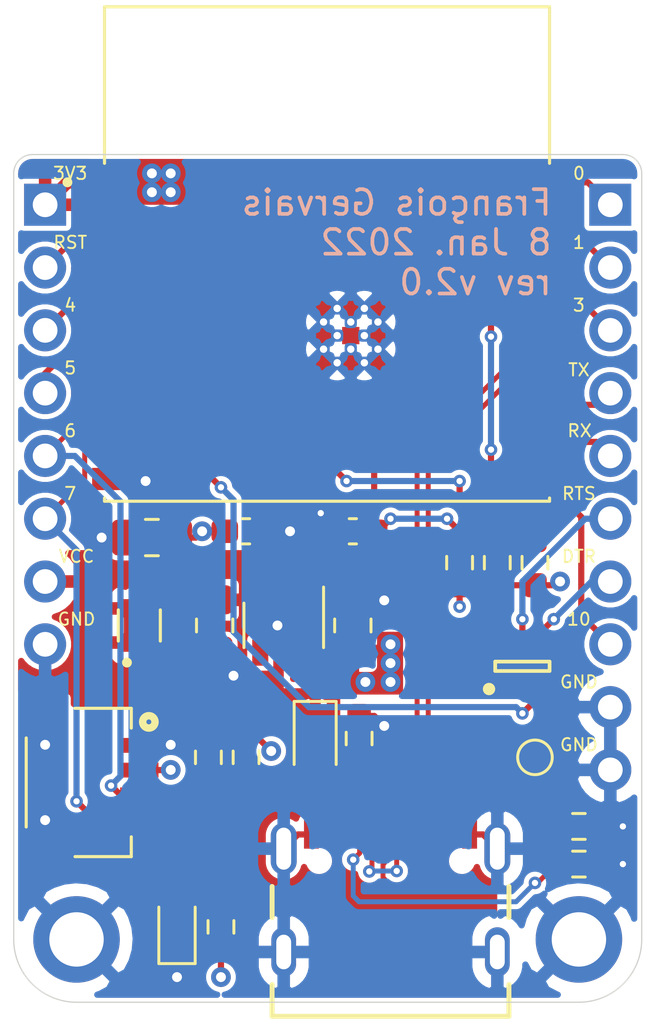
<source format=kicad_pcb>
(kicad_pcb (version 20171130) (host pcbnew 5.1.7-a382d34a8~88~ubuntu18.04.1)
  (layers (0 F.Cu signal) (1 In1.Cu signal hide) (2 In2.Cu signal hide) (31 B.Cu signal) (34 B.Paste user) (35 F.Paste user) (36 B.SilkS user) (37 F.SilkS user) (38 B.Mask user) (39 F.Mask user) (44 Edge.Cuts user))
  (net 0 "")
  (net 1 GND)
  (net 2 +3V3)
  (net 3 /RESET)
  (net 4 /TX)
  (net 5 /RX)
  (net 6 /GPIO5)
  (net 7 /GPIO4)
  (net 8 /GPIO0)
  (net 9 /DTR)
  (net 10 /RTS)
  (net 11 "Net-(U1-Pad4)")
  (net 12 /GPIO2)
  (net 13 /GPIO3)
  (net 14 /GPIO1)
  (net 15 /GPIO10)
  (net 16 /GPIO9)
  (net 17 /GPIO8)
  (net 18 "Net-(D1-Pad2)")
  (net 19 /USB_D-)
  (net 20 /USB_D+)
  (net 21 /SCL)
  (net 22 /SDA)
  (net 23 +BATT)
  (net 24 "Net-(J4-PadB8)")
  (net 25 /CC1)
  (net 26 /CC2)
  (net 27 "Net-(J4-PadA8)")
  (net 28 VBUS)
  (net 29 /VIN)
  (module Connector_PinHeader_2.54mm:PinHeader_1x10_P2.54mm_Vertical (layer B.Cu) (at 61.468 35.814 180)
    (fp_text reference J3)
    (fp_text value Conn_01x10_Male)
    (pad 10 thru_hole oval (at 0 -22.86 180) (size 1.7 1.7) (drill 1) (layers *.Cu *.Mask) (net 1 GND))
    (pad 9 thru_hole oval (at 0 -20.32 180) (size 1.7 1.7) (drill 1) (layers *.Cu *.Mask) (net 1 GND))
    (pad 8 thru_hole oval (at 0 -17.78 180) (size 1.7 1.7) (drill 1) (layers *.Cu *.Mask) (net 15 /GPIO10))
    (pad 7 thru_hole oval (at 0 -15.24 180) (size 1.7 1.7) (drill 1) (layers *.Cu *.Mask) (net 9 /DTR))
    (pad 6 thru_hole oval (at 0 -12.7 180) (size 1.7 1.7) (drill 1) (layers *.Cu *.Mask) (net 10 /RTS))
    (pad 5 thru_hole oval (at 0 -10.16 180) (size 1.7 1.7) (drill 1) (layers *.Cu *.Mask) (net 5 /RX))
    (pad 4 thru_hole oval (at 0 -7.62 180) (size 1.7 1.7) (drill 1) (layers *.Cu *.Mask) (net 4 /TX))
    (pad 3 thru_hole oval (at 0 -5.08 180) (size 1.7 1.7) (drill 1) (layers *.Cu *.Mask) (net 13 /GPIO3))
    (pad 2 thru_hole oval (at 0 -2.54 180) (size 1.7 1.7) (drill 1) (layers *.Cu *.Mask) (net 14 /GPIO1))
    (pad 1 thru_hole rect (at 0 0 180) (size 1.7 1.7) (drill 1) (layers *.Cu *.Mask) (net 8 /GPIO0))
  )
  (module ESP32-C3-WROOM-02-H4:MODULE_ESP32-C3-WROOM-02-H4 (layer F.Cu) (at 50.01 37.806)
    (fp_text reference U2)
    (fp_text value ESP32-C3-WROOM-02-H4)
    (fp_circle (center -10.5 -2.9) (end -10.4 -2.9) (layer F.SilkS) (width 0.2))
    (fp_line (start 9 -10) (end -9 -10) (layer F.SilkS) (width 0.127))
    (fp_line (start 9 -3.67) (end 9 -10) (layer F.SilkS) (width 0.127))
    (fp_line (start -9 10) (end 9 10) (layer F.SilkS) (width 0.127))
    (fp_line (start -9 -10) (end -9 -3.67) (layer F.SilkS) (width 0.127))
    (fp_line (start 9 10) (end 9 9.87) (layer F.SilkS) (width 0.127))
    (fp_line (start -9 10) (end -9 9.87) (layer F.SilkS) (width 0.127))
    (pad 35 thru_hole circle (at -0.14 3.85) (size 0.4 0.4) (drill 0.3) (layers *.Cu) (net 1 GND))
    (pad 36 thru_hole circle (at 0.96 3.85) (size 0.4 0.4) (drill 0.3) (layers *.Cu) (net 1 GND))
    (pad 38 thru_hole circle (at 0.41 4.4) (size 0.4 0.4) (drill 0.3) (layers *.Cu) (net 1 GND))
    (pad 39 thru_hole circle (at 1.51 4.4) (size 0.4 0.4) (drill 0.3) (layers *.Cu) (net 1 GND))
    (pad 33 thru_hole circle (at 0.41 3.3) (size 0.4 0.4) (drill 0.3) (layers *.Cu) (net 1 GND))
    (pad 30 thru_hole circle (at -0.14 2.75) (size 0.4 0.4) (drill 0.3) (layers *.Cu) (net 1 GND))
    (pad 31 thru_hole circle (at 0.96 2.75) (size 0.4 0.4) (drill 0.3) (layers *.Cu) (net 1 GND))
    (pad 34 thru_hole circle (at 1.51 3.3) (size 0.4 0.4) (drill 0.3) (layers *.Cu) (net 1 GND))
    (pad 28 thru_hole circle (at 0.41 2.2) (size 0.4 0.4) (drill 0.3) (layers *.Cu) (net 1 GND))
    (pad 37 thru_hole circle (at 2.06 3.85) (size 0.4 0.4) (drill 0.3) (layers *.Cu) (net 1 GND))
    (pad 32 thru_hole circle (at 2.06 2.75) (size 0.4 0.4) (drill 0.3) (layers *.Cu) (net 1 GND))
    (pad 29 thru_hole circle (at 1.51 2.2) (size 0.4 0.4) (drill 0.3) (layers *.Cu) (net 1 GND))
    (pad 25 smd rect (at -0.14 4.4) (size 0.7 0.7) (layers F.Cu F.Paste F.Mask) (net 1 GND))
    (pad 26 smd rect (at 0.96 4.4) (size 0.7 0.7) (layers F.Cu F.Paste F.Mask) (net 1 GND))
    (pad 27 smd rect (at 2.06 4.4) (size 0.7 0.7) (layers F.Cu F.Paste F.Mask) (net 1 GND))
    (pad 21 smd rect (at 2.06 2.2) (size 0.7 0.7) (layers F.Cu F.Paste F.Mask) (net 1 GND))
    (pad 20 smd rect (at 0.96 2.2) (size 0.7 0.7) (layers F.Cu F.Paste F.Mask) (net 1 GND))
    (pad 19 smd rect (at -0.14 2.2) (size 0.7 0.7) (layers F.Cu F.Paste F.Mask) (net 1 GND))
    (pad 22 smd rect (at -0.14 3.3) (size 0.7 0.7) (layers F.Cu F.Paste F.Mask) (net 1 GND))
    (pad 24 smd rect (at 2.06 3.3) (size 0.7 0.7) (layers F.Cu F.Paste F.Mask) (net 1 GND))
    (pad 23 smd rect (at 0.96 3.3) (size 0.7 0.7) (layers F.Cu F.Paste F.Mask) (net 1 GND))
    (pad 18 smd rect (at 8.75 -2.9) (size 1.5 0.9) (layers F.Cu F.Paste F.Mask) (net 8 /GPIO0))
    (pad 17 smd rect (at 8.75 -1.4) (size 1.5 0.9) (layers F.Cu F.Paste F.Mask) (net 14 /GPIO1))
    (pad 16 smd rect (at 8.75 0.1) (size 1.5 0.9) (layers F.Cu F.Paste F.Mask) (net 12 /GPIO2))
    (pad 15 smd rect (at 8.75 1.6) (size 1.5 0.9) (layers F.Cu F.Paste F.Mask) (net 13 /GPIO3))
    (pad 14 smd rect (at 8.75 3.1) (size 1.5 0.9) (layers F.Cu F.Paste F.Mask) (net 20 /USB_D+))
    (pad 13 smd rect (at 8.75 4.6) (size 1.5 0.9) (layers F.Cu F.Paste F.Mask) (net 19 /USB_D-))
    (pad 12 smd rect (at 8.75 6.1) (size 1.5 0.9) (layers F.Cu F.Paste F.Mask) (net 4 /TX))
    (pad 11 smd rect (at 8.75 7.6) (size 1.5 0.9) (layers F.Cu F.Paste F.Mask) (net 5 /RX))
    (pad 10 smd rect (at 8.75 9.1) (size 1.5 0.9) (layers F.Cu F.Paste F.Mask) (net 15 /GPIO10))
    (pad 9 smd rect (at -8.75 9.1) (size 1.5 0.9) (layers F.Cu F.Paste F.Mask) (net 1 GND))
    (pad 8 smd rect (at -8.75 7.6) (size 1.5 0.9) (layers F.Cu F.Paste F.Mask) (net 16 /GPIO9))
    (pad 7 smd rect (at -8.75 6.1) (size 1.5 0.9) (layers F.Cu F.Paste F.Mask) (net 17 /GPIO8))
    (pad 6 smd rect (at -8.75 4.6) (size 1.5 0.9) (layers F.Cu F.Paste F.Mask) (net 21 /SCL))
    (pad 5 smd rect (at -8.75 3.1) (size 1.5 0.9) (layers F.Cu F.Paste F.Mask) (net 22 /SDA))
    (pad 4 smd rect (at -8.75 1.6) (size 1.5 0.9) (layers F.Cu F.Paste F.Mask) (net 6 /GPIO5))
    (pad 3 smd rect (at -8.75 0.1) (size 1.5 0.9) (layers F.Cu F.Paste F.Mask) (net 7 /GPIO4))
    (pad 2 smd rect (at -8.75 -1.4) (size 1.5 0.9) (layers F.Cu F.Paste F.Mask) (net 3 /RESET))
    (pad 1 smd rect (at -8.75 -2.9) (size 1.5 0.9) (layers F.Cu F.Paste F.Mask) (net 2 +3V3))
  )
  (module USB4105-GF-A:GCT_USB4105-GF-A (layer F.Cu) (at 52.578 66.04)
    (fp_text reference J4)
    (fp_text value USB4105-GF-A)
    (fp_line (start 4.79 -2.65) (end 4.79 -1.4) (layer F.SilkS) (width 0.2))
    (fp_line (start -4.79 -2.65) (end -4.79 -1.4) (layer F.SilkS) (width 0.2))
    (fp_line (start 4.79 2.6) (end 4.79 1.32) (layer F.SilkS) (width 0.2))
    (fp_line (start -4.79 2.6) (end 4.79 2.6) (layer F.SilkS) (width 0.2))
    (fp_line (start -4.79 1.32) (end -4.79 2.6) (layer F.SilkS) (width 0.2))
    (pad B8 smd rect (at -1.75 -4.755) (size 0.3 1.15) (layers F.Cu F.Paste F.Mask) (net 24 "Net-(J4-PadB8)"))
    (pad A5 smd rect (at -1.25 -4.755) (size 0.3 1.15) (layers F.Cu F.Paste F.Mask) (net 25 /CC1))
    (pad B7 smd rect (at -0.75 -4.755) (size 0.3 1.15) (layers F.Cu F.Paste F.Mask) (net 19 /USB_D-))
    (pad B5 smd rect (at 1.75 -4.755) (size 0.3 1.15) (layers F.Cu F.Paste F.Mask) (net 26 /CC2))
    (pad A8 smd rect (at 1.25 -4.755) (size 0.3 1.15) (layers F.Cu F.Paste F.Mask) (net 27 "Net-(J4-PadA8)"))
    (pad B6 smd rect (at 0.75 -4.755) (size 0.3 1.15) (layers F.Cu F.Paste F.Mask) (net 20 /USB_D+))
    (pad A6 smd rect (at -0.25 -4.755) (size 0.3 1.15) (layers F.Cu F.Paste F.Mask) (net 20 /USB_D+))
    (pad A7 smd rect (at 0.25 -4.755) (size 0.3 1.15) (layers F.Cu F.Paste F.Mask) (net 19 /USB_D-))
    (pad B4_A9 smd rect (at 2.4 -4.755) (size 0.6 1.15) (layers F.Cu F.Paste F.Mask) (net 28 VBUS))
    (pad A4_B9 smd rect (at -2.4 -4.755) (size 0.6 1.15) (layers F.Cu F.Paste F.Mask) (net 28 VBUS))
    (pad B1_A12 smd rect (at 3.2 -4.755) (size 0.6 1.15) (layers F.Cu F.Paste F.Mask) (net 1 GND))
    (pad A1_B12 smd rect (at -3.2 -4.755) (size 0.6 1.15) (layers F.Cu F.Paste F.Mask) (net 1 GND))
    (pad None np_thru_hole circle (at -2.89 -3.68) (size 0.65 0.65) (drill 0.65) (layers *.Cu *.Mask))
    (pad None np_thru_hole circle (at 2.89 -3.68) (size 0.65 0.65) (drill 0.65) (layers *.Cu *.Mask))
    (pad S4 thru_hole oval (at 4.32 -4.18) (size 1.05 2.1) (drill oval 0.6 1.7) (layers *.Cu *.Mask) (net 1 GND))
    (pad S1 thru_hole oval (at -4.32 -4.18) (size 1.05 2.1) (drill oval 0.6 1.7) (layers *.Cu *.Mask) (net 1 GND))
    (pad S3 thru_hole oval (at 4.32 0) (size 1 2) (drill oval 0.6 1.4) (layers *.Cu *.Mask) (net 1 GND))
    (pad S2 thru_hole oval (at -4.32 0) (size 1 2) (drill oval 0.6 1.4) (layers *.Cu *.Mask) (net 1 GND))
  )
  (module "SM04B-SRSS-TB(LF)(SN):JST_SM04B-SRSS-TB(LF)(SN)" (layer F.Cu) (at 42.418 59.182 270)
    (fp_text reference J1)
    (fp_text value "SM04B-SRSS-TB(LF)(SN)")
    (fp_line (start -1.8 4.575) (end 1.8 4.575) (layer F.SilkS) (width 0.127))
    (fp_line (start 3 0.325) (end 3 2.6) (layer F.SilkS) (width 0.127))
    (fp_line (start 2.2 0.325) (end 3 0.325) (layer F.SilkS) (width 0.127))
    (fp_line (start -3 0.325) (end -3 2.6) (layer F.SilkS) (width 0.127))
    (fp_line (start -2.2 0.325) (end -3 0.325) (layer F.SilkS) (width 0.127))
    (fp_circle (center -2.45 -0.385) (end -2.35 -0.385) (layer F.SilkS) (width 0.3))
    (pad 4 smd rect (at 1.5 0 270) (size 0.6 1.55) (layers F.Cu F.Paste F.Mask) (net 21 /SCL))
    (pad 3 smd rect (at 0.5 0 270) (size 0.6 1.55) (layers F.Cu F.Paste F.Mask) (net 22 /SDA))
    (pad 2 smd rect (at -0.5 0 270) (size 0.6 1.55) (layers F.Cu F.Paste F.Mask) (net 2 +3V3))
    (pad 1 smd rect (at -1.5 0 270) (size 0.6 1.55) (layers F.Cu F.Paste F.Mask) (net 1 GND))
    (pad S1 smd rect (at -2.8 3.875 270) (size 1.2 1.8) (layers F.Cu F.Paste F.Mask) (net 1 GND))
    (pad S2 smd rect (at 2.8 3.875 270) (size 1.2 1.8) (layers F.Cu F.Paste F.Mask) (net 1 GND))
  )
  (module Diode_SMD:D_SOD-323 (layer F.Cu) (at 49.53 57.404 270)
    (fp_text reference D2)
    (fp_text value CUS10S30,H3F‎)
    (fp_line (start -1.5 -0.85) (end 1.05 -0.85) (layer F.SilkS) (width 0.12))
    (fp_line (start -1.5 0.85) (end 1.05 0.85) (layer F.SilkS) (width 0.12))
    (fp_line (start -1.5 -0.85) (end -1.5 0.85) (layer F.SilkS) (width 0.12))
    (pad 2 smd rect (at 1.05 0 270) (size 0.6 0.45) (layers F.Cu F.Paste F.Mask) (net 28 VBUS))
    (pad 1 smd rect (at -1.05 0 270) (size 0.6 0.45) (layers F.Cu F.Paste F.Mask) (net 29 /VIN))
  )
  (module MountingHole:MountingHole_2.2mm_M2_ISO7380_Pad (layer F.Cu) (at 60.198 65.532)
    (fp_text reference H2)
    (fp_text value MountingHole_Pad)
    (pad 1 thru_hole circle (at 0 0) (size 3.5 3.5) (drill 2.2) (layers *.Cu *.Mask) (net 1 GND))
  )
  (module MountingHole:MountingHole_2.2mm_M2_ISO7380_Pad (layer F.Cu) (at 39.878 65.532)
    (fp_text reference H1)
    (fp_text value MountingHole_Pad)
    (pad 1 thru_hole circle (at 0 0) (size 3.5 3.5) (drill 2.2) (layers *.Cu *.Mask) (net 1 GND))
  )
  (module TestPoint:TestPoint_Pad_D1.0mm (layer F.Cu) (at 58.42 58.166)
    (fp_text reference TP3)
    (fp_text value TestPoint)
    (fp_circle (center 0 0) (end 0 0.7) (layer F.SilkS) (width 0.12))
    (pad 1 smd circle (at 0 0) (size 1 1) (layers F.Cu F.Mask) (net 1 GND))
  )
  (module Resistor_SMD:R_0603_1608Metric_Pad0.98x0.95mm_HandSolder (layer F.Cu) (at 60.198 60.96)
    (fp_text reference R9)
    (fp_text value 5.1k)
    (fp_line (start -0.254724 -0.5225) (end 0.254724 -0.5225) (layer F.SilkS) (width 0.12))
    (fp_line (start -0.254724 0.5225) (end 0.254724 0.5225) (layer F.SilkS) (width 0.12))
    (pad 2 smd roundrect (at 0.9125 0) (size 0.975 0.95) (layers F.Cu F.Paste F.Mask) (net 1 GND))
    (pad 1 smd roundrect (at -0.9125 0) (size 0.975 0.95) (layers F.Cu F.Paste F.Mask) (net 26 /CC2))
  )
  (module Resistor_SMD:R_0603_1608Metric_Pad0.98x0.95mm_HandSolder (layer F.Cu) (at 60.198 62.484)
    (fp_text reference R8)
    (fp_text value 5.1k)
    (fp_line (start -0.254724 -0.5225) (end 0.254724 -0.5225) (layer F.SilkS) (width 0.12))
    (fp_line (start -0.254724 0.5225) (end 0.254724 0.5225) (layer F.SilkS) (width 0.12))
    (pad 2 smd roundrect (at 0.9125 0) (size 0.975 0.95) (layers F.Cu F.Paste F.Mask) (net 1 GND))
    (pad 1 smd roundrect (at -0.9125 0) (size 0.975 0.95) (layers F.Cu F.Paste F.Mask) (net 25 /CC1))
  )
  (module Resistor_SMD:R_0603_1608Metric_Pad0.98x0.95mm_HandSolder (layer F.Cu) (at 51.308 57.404 90)
    (fp_text reference R7)
    (fp_text value 100k)
    (fp_line (start -0.254724 -0.5225) (end 0.254724 -0.5225) (layer F.SilkS) (width 0.12))
    (fp_line (start -0.254724 0.5225) (end 0.254724 0.5225) (layer F.SilkS) (width 0.12))
    (pad 2 smd roundrect (at 0.9125 0 90) (size 0.975 0.95) (layers F.Cu F.Paste F.Mask) (net 1 GND))
    (pad 1 smd roundrect (at -0.9125 0 90) (size 0.975 0.95) (layers F.Cu F.Paste F.Mask) (net 28 VBUS))
  )
  (module SSM6J214FE-TE85L-F:SOT50P160X60-6N (layer F.Cu) (at 42.418 52.832 90)
    (fp_text reference Q2)
    (fp_text value Q_PMOS_DGS)
    (fp_circle (center -1.5 -0.5) (end -1.4 -0.5) (layer F.SilkS) (width 0.2))
    (fp_line (start 0.63 0.85) (end -0.63 0.85) (layer F.SilkS) (width 0.127))
    (fp_line (start -0.63 -0.85) (end 0.63 -0.85) (layer F.SilkS) (width 0.127))
    (pad 1 smd rect (at 0.69 -0.5 90) (size 0.75 0.34) (layers F.Cu F.Paste F.Mask) (net 23 +BATT))
    (pad 1 smd rect (at 0.69 0 90) (size 0.75 0.34) (layers F.Cu F.Paste F.Mask) (net 23 +BATT))
    (pad 3 smd rect (at 0.69 0.5 90) (size 0.75 0.34) (layers F.Cu F.Paste F.Mask) (net 29 /VIN))
    (pad 2 smd rect (at -0.69 0.5 90) (size 0.75 0.34) (layers F.Cu F.Paste F.Mask) (net 28 VBUS))
    (pad 1 smd rect (at -0.69 0 90) (size 0.75 0.34) (layers F.Cu F.Paste F.Mask) (net 23 +BATT))
    (pad 1 smd rect (at -0.69 -0.5 90) (size 0.75 0.34) (layers F.Cu F.Paste F.Mask) (net 23 +BATT))
  )
  (module Capacitor_SMD:C_0805_2012Metric_Pad1.18x1.45mm_HandSolder (layer F.Cu) (at 42.926 49.276 180)
    (fp_text reference C5)
    (fp_text value 22uF)
    (fp_line (start -0.261252 -0.735) (end 0.261252 -0.735) (layer F.SilkS) (width 0.12))
    (fp_line (start -0.261252 0.735) (end 0.261252 0.735) (layer F.SilkS) (width 0.12))
    (pad 2 smd roundrect (at 1.0375 0 180) (size 1.175 1.45) (layers F.Cu F.Paste F.Mask) (roundrect_rratio 0.212766) (net 1 GND))
    (pad 1 smd roundrect (at -1.0375 0 180) (size 1.175 1.45) (layers F.Cu F.Paste F.Mask) (roundrect_rratio 0.212766) (net 2 +3V3))
  )
  (module Capacitor_SMD:C_0603_1608Metric_Pad1.08x0.95mm_HandSolder (layer F.Cu) (at 46.736 49.022)
    (fp_text reference C3)
    (fp_text value 0.1uF)
    (fp_line (start -0.146267 -0.51) (end 0.146267 -0.51) (layer F.SilkS) (width 0.12))
    (fp_line (start -0.146267 0.51) (end 0.146267 0.51) (layer F.SilkS) (width 0.12))
    (pad 2 smd roundrect (at 0.8625 0) (size 1.075 0.95) (layers F.Cu F.Paste F.Mask) (net 1 GND))
    (pad 1 smd roundrect (at -0.8625 0) (size 1.075 0.95) (layers F.Cu F.Paste F.Mask) (net 2 +3V3))
  )
  (module Resistor_SMD:R_0603_1608Metric_Pad0.98x0.95mm_HandSolder (layer F.Cu) (at 45.72 65.024 90)
    (fp_text reference R6 hide)
    (fp_text value 5.1k)
    (fp_line (start -0.254724 -0.5225) (end 0.254724 -0.5225) (layer F.SilkS) (width 0.12))
    (fp_line (start -0.254724 0.5225) (end 0.254724 0.5225) (layer F.SilkS) (width 0.12))
    (pad 2 smd roundrect (at 0.9125 0 90) (size 0.975 0.95) (layers F.Cu F.Paste F.Mask) (net 18 "Net-(D1-Pad2)"))
    (pad 1 smd roundrect (at -0.9125 0 90) (size 0.975 0.95) (layers F.Cu F.Paste F.Mask) (net 2 +3V3))
  )
  (module LED_SMD:LED_0603_1608Metric (layer F.Cu) (at 43.942 65.024 90)
    (fp_text reference D1 hide)
    (fp_text value LED)
    (fp_line (start 0.8 -0.735) (end -1.485 -0.735) (layer F.SilkS) (width 0.12))
    (fp_line (start -1.485 -0.735) (end -1.485 0.735) (layer F.SilkS) (width 0.12))
    (fp_line (start -1.485 0.735) (end 0.8 0.735) (layer F.SilkS) (width 0.12))
    (pad 2 smd roundrect (at 0.7875 0 90) (size 0.875 0.95) (layers F.Cu F.Paste F.Mask) (net 18 "Net-(D1-Pad2)"))
    (pad 1 smd roundrect (at -0.7875 0 90) (size 0.875 0.95) (layers F.Cu F.Paste F.Mask) (net 1 GND))
  )
  (module Connector_PinHeader_2.54mm:PinHeader_1x08_P2.54mm_Vertical (layer B.Cu) (at 38.608 35.814 180)
    (fp_text reference J2)
    (fp_text value Conn_01x08_Male)
    (pad 8 thru_hole oval (at 0 -17.78 180) (size 1.7 1.7) (drill 1) (layers *.Cu *.Mask) (net 1 GND))
    (pad 7 thru_hole oval (at 0 -15.24 180) (size 1.7 1.7) (drill 1) (layers *.Cu *.Mask) (net 23 +BATT))
    (pad 6 thru_hole oval (at 0 -12.7 180) (size 1.7 1.7) (drill 1) (layers *.Cu *.Mask) (net 21 /SCL))
    (pad 5 thru_hole oval (at 0 -10.16 180) (size 1.7 1.7) (drill 1) (layers *.Cu *.Mask) (net 22 /SDA))
    (pad 4 thru_hole oval (at 0 -7.62 180) (size 1.7 1.7) (drill 1) (layers *.Cu *.Mask) (net 6 /GPIO5))
    (pad 3 thru_hole oval (at 0 -5.08 180) (size 1.7 1.7) (drill 1) (layers *.Cu *.Mask) (net 7 /GPIO4))
    (pad 2 thru_hole oval (at 0 -2.54 180) (size 1.7 1.7) (drill 1) (layers *.Cu *.Mask) (net 3 /RESET))
    (pad 1 thru_hole rect (at 0 0 180) (size 1.7 1.7) (drill 1) (layers *.Cu *.Mask) (net 2 +3V3))
  )
  (module Package_TO_SOT_SMD:SOT-23-5 (layer F.Cu) (at 48.26 52.828 270)
    (fp_text reference U1 hide)
    (fp_text value XC6220B331MR)
    (fp_line (start -0.9 1.61) (end 0.9 1.61) (layer F.SilkS) (width 0.12))
    (fp_line (start 0.9 -1.61) (end -1.55 -1.61) (layer F.SilkS) (width 0.12))
    (pad 5 smd rect (at 1.1 -0.95 270) (size 1.06 0.65) (layers F.Cu F.Paste F.Mask) (net 2 +3V3))
    (pad 4 smd rect (at 1.1 0.95 270) (size 1.06 0.65) (layers F.Cu F.Paste F.Mask) (net 11 "Net-(U1-Pad4)"))
    (pad 3 smd rect (at -1.1 0.95 270) (size 1.06 0.65) (layers F.Cu F.Paste F.Mask) (net 29 /VIN))
    (pad 2 smd rect (at -1.1 0 270) (size 1.06 0.65) (layers F.Cu F.Paste F.Mask) (net 1 GND))
    (pad 1 smd rect (at -1.1 -0.95 270) (size 1.06 0.65) (layers F.Cu F.Paste F.Mask) (net 29 /VIN))
  )
  (module Capacitor_SMD:C_0805_2012Metric_Pad1.18x1.45mm_HandSolder (layer F.Cu) (at 51.054 52.832 90)
    (fp_text reference C4 hide)
    (fp_text value 22uF)
    (fp_line (start -0.261252 -0.735) (end 0.261252 -0.735) (layer F.SilkS) (width 0.12))
    (fp_line (start -0.261252 0.735) (end 0.261252 0.735) (layer F.SilkS) (width 0.12))
    (pad 2 smd roundrect (at 1.0375 0 90) (size 1.175 1.45) (layers F.Cu F.Paste F.Mask) (roundrect_rratio 0.212766) (net 1 GND))
    (pad 1 smd roundrect (at -1.0375 0 90) (size 1.175 1.45) (layers F.Cu F.Paste F.Mask) (roundrect_rratio 0.212766) (net 2 +3V3))
  )
  (module Capacitor_SMD:C_0805_2012Metric_Pad1.18x1.45mm_HandSolder (layer F.Cu) (at 45.466 52.832 270)
    (fp_text reference C1 hide)
    (fp_text value 22uF)
    (fp_line (start -0.261252 -0.735) (end 0.261252 -0.735) (layer F.SilkS) (width 0.12))
    (fp_line (start -0.261252 0.735) (end 0.261252 0.735) (layer F.SilkS) (width 0.12))
    (pad 2 smd roundrect (at 1.0375 0 270) (size 1.175 1.45) (layers F.Cu F.Paste F.Mask) (roundrect_rratio 0.212766) (net 1 GND))
    (pad 1 smd roundrect (at -1.0375 0 270) (size 1.175 1.45) (layers F.Cu F.Paste F.Mask) (roundrect_rratio 0.212766) (net 29 /VIN))
  )
  (module Resistor_SMD:R_0603_1608Metric_Pad0.98x0.95mm_HandSolder (layer F.Cu) (at 45.212 58.166 270)
    (fp_text reference R5 hide)
    (fp_text value 5.1k)
    (fp_line (start -0.254724 -0.5225) (end 0.254724 -0.5225) (layer F.SilkS) (width 0.12))
    (fp_line (start -0.254724 0.5225) (end 0.254724 0.5225) (layer F.SilkS) (width 0.12))
    (pad 2 smd roundrect (at 0.9125 0 270) (size 0.975 0.95) (layers F.Cu F.Paste F.Mask) (net 22 /SDA))
    (pad 1 smd roundrect (at -0.9125 0 270) (size 0.975 0.95) (layers F.Cu F.Paste F.Mask) (net 2 +3V3))
  )
  (module Resistor_SMD:R_0603_1608Metric_Pad0.98x0.95mm_HandSolder (layer F.Cu) (at 46.736 58.166 270)
    (fp_text reference R4 hide)
    (fp_text value 5.1k)
    (fp_line (start -0.254724 -0.5225) (end 0.254724 -0.5225) (layer F.SilkS) (width 0.12))
    (fp_line (start -0.254724 0.5225) (end 0.254724 0.5225) (layer F.SilkS) (width 0.12))
    (pad 2 smd roundrect (at 0.9125 0 270) (size 0.975 0.95) (layers F.Cu F.Paste F.Mask) (net 21 /SCL))
    (pad 1 smd roundrect (at -0.9125 0 270) (size 0.975 0.95) (layers F.Cu F.Paste F.Mask) (net 2 +3V3))
  )
  (module Resistor_SMD:R_0603_1608Metric_Pad0.98x0.95mm_HandSolder (layer F.Cu) (at 56.896 50.292 90)
    (fp_text reference R3 hide)
    (fp_text value 10k)
    (fp_line (start -0.254724 -0.5225) (end 0.254724 -0.5225) (layer F.SilkS) (width 0.12))
    (fp_line (start -0.254724 0.5225) (end 0.254724 0.5225) (layer F.SilkS) (width 0.12))
    (pad 2 smd roundrect (at 0.9125 0 90) (size 0.975 0.95) (layers F.Cu F.Paste F.Mask) (net 17 /GPIO8))
    (pad 1 smd roundrect (at -0.9125 0 90) (size 0.975 0.95) (layers F.Cu F.Paste F.Mask) (net 2 +3V3))
  )
  (module Resistor_SMD:R_0603_1608Metric_Pad0.98x0.95mm_HandSolder (layer F.Cu) (at 58.42 50.292 90)
    (fp_text reference R2 hide)
    (fp_text value 10k)
    (fp_line (start -0.254724 -0.5225) (end 0.254724 -0.5225) (layer F.SilkS) (width 0.12))
    (fp_line (start -0.254724 0.5225) (end 0.254724 0.5225) (layer F.SilkS) (width 0.12))
    (pad 2 smd roundrect (at 0.9125 0 90) (size 0.975 0.95) (layers F.Cu F.Paste F.Mask) (net 12 /GPIO2))
    (pad 1 smd roundrect (at -0.9125 0 90) (size 0.975 0.95) (layers F.Cu F.Paste F.Mask) (net 2 +3V3))
  )
  (module Resistor_SMD:R_0603_1608Metric_Pad0.98x0.95mm_HandSolder (layer F.Cu) (at 55.372 50.292 90)
    (fp_text reference R1 hide)
    (fp_text value 10k)
    (fp_line (start -0.254724 -0.5225) (end 0.254724 -0.5225) (layer F.SilkS) (width 0.12))
    (fp_line (start -0.254724 0.5225) (end 0.254724 0.5225) (layer F.SilkS) (width 0.12))
    (pad 2 smd roundrect (at 0.9125 0 90) (size 0.975 0.95) (layers F.Cu F.Paste F.Mask) (net 3 /RESET))
    (pad 1 smd roundrect (at -0.9125 0 90) (size 0.975 0.95) (layers F.Cu F.Paste F.Mask) (net 2 +3V3))
  )
  (module MUN5214DW1T1G:On_Semiconductor-MUN5214DW1T1G-Manufacturer_Recommended (layer F.Cu) (at 57.912 54.483 90)
    (fp_text reference Q1)
    (fp_text value MUN5214DW1T1G)
    (fp_circle (center -0.920001 -1.350002) (end -0.795 -1.350002) (layer F.SilkS) (width 0.249999))
    (fp_line (start 0.19 1.099998) (end 0.19 -1.1) (layer F.SilkS) (width 0.15))
    (fp_line (start -0.19 1.099998) (end -0.19 -1.1) (layer F.SilkS) (width 0.15))
    (fp_line (start -0.19 1.099998) (end 0.19 1.099998) (layer F.SilkS) (width 0.15))
    (fp_line (start -0.19 -1.1) (end 0.19 -1.1) (layer F.SilkS) (width 0.15))
    (pad 1 smd rect (at -0.920001 -0.650001 180) (size 0.299999 0.660001) (layers F.Cu F.Paste F.Mask) (net 10 /RTS))
    (pad 2 smd rect (at -0.920001 -0.000001 180) (size 0.299999 0.660001) (layers F.Cu F.Paste F.Mask) (net 9 /DTR))
    (pad 3 smd rect (at -0.920001 0.649999 180) (size 0.299999 0.660001) (layers F.Cu F.Paste F.Mask) (net 16 /GPIO9))
    (pad 4 smd rect (at 0.919998 0.649999 180) (size 0.299999 0.660001) (layers F.Cu F.Paste F.Mask) (net 9 /DTR))
    (pad 5 smd rect (at 0.919998 -0.000001 180) (size 0.299999 0.660001) (layers F.Cu F.Paste F.Mask) (net 10 /RTS))
    (pad 6 smd rect (at 0.919998 -0.650001 180) (size 0.299999 0.660001) (layers F.Cu F.Paste F.Mask) (net 3 /RESET))
  )
  (module Capacitor_SMD:C_0603_1608Metric_Pad1.08x0.95mm_HandSolder (layer F.Cu) (at 51.054 49.022 180)
    (fp_text reference C2 hide)
    (fp_text value 0.1uF)
    (fp_line (start -0.146267 -0.51) (end 0.146267 -0.51) (layer F.SilkS) (width 0.12))
    (fp_line (start -0.146267 0.51) (end 0.146267 0.51) (layer F.SilkS) (width 0.12))
    (pad 2 smd roundrect (at 0.8625 0 180) (size 1.075 0.95) (layers F.Cu F.Paste F.Mask) (net 1 GND))
    (pad 1 smd roundrect (at -0.8625 0 180) (size 1.075 0.95) (layers F.Cu F.Paste F.Mask) (net 3 /RESET))
  )
  (gr_text GND (at 60.198 57.658) (layer F.SilkS) (effects (font (size 0.5 0.5) (thickness 0.0762))))
  (gr_text GND (at 60.198 55.118) (layer F.SilkS) (effects (font (size 0.5 0.5) (thickness 0.0762))))
  (gr_arc (start 60.198 65.532) (end 60.198 68.072) (angle -90) (layer Edge.Cuts) (width 0.05))
  (gr_arc (start 39.878 65.532) (end 37.338 65.532) (angle -90) (layer Edge.Cuts) (width 0.05))
  (gr_arc (start 38.1 34.544) (end 38.1 33.782) (angle -90) (layer Edge.Cuts) (width 0.05))
  (gr_arc (start 61.976 34.544) (end 62.738 34.544) (angle -90) (layer Edge.Cuts) (width 0.05))
  (gr_line (start 39.878 68.072) (end 60.198 68.072) (layer Edge.Cuts) (width 0.05))
  (gr_text "François Gervais\n8 Jan. 2022\nrev v2.0" (at 59.182 37.338) (layer B.SilkS) (effects (font (size 1 1)) (justify left mirror)))
  (gr_text 10 (at 60.198 52.578) (layer F.SilkS) (effects (font (size 0.5 0.5) (thickness 0.0762))))
  (gr_text RTS (at 60.198 47.498) (layer F.SilkS) (effects (font (size 0.5 0.5) (thickness 0.0762))))
  (gr_text DTR (at 60.198 50.038) (layer F.SilkS) (effects (font (size 0.5 0.5) (thickness 0.0762))))
  (gr_text TX (at 60.198 42.4942) (layer F.SilkS) (effects (font (size 0.5 0.5) (thickness 0.0762))))
  (gr_text RX (at 60.2234 44.958) (layer F.SilkS) (effects (font (size 0.5 0.5) (thickness 0.0762))))
  (gr_text 3 (at 60.198 39.878) (layer F.SilkS) (effects (font (size 0.5 0.5) (thickness 0.0762))))
  (gr_text 0 (at 60.198 34.544) (layer F.SilkS) (effects (font (size 0.5 0.5) (thickness 0.0762))))
  (gr_text 1 (at 60.198 37.338) (layer F.SilkS) (effects (font (size 0.5 0.5) (thickness 0.0762))))
  (gr_text VCC (at 39.878 50.038) (layer F.SilkS) (effects (font (size 0.5 0.5) (thickness 0.0762))))
  (gr_text GND (at 39.878 52.578) (layer F.SilkS) (effects (font (size 0.5 0.5) (thickness 0.0762))))
  (gr_text 7 (at 39.624 47.498) (layer F.SilkS) (effects (font (size 0.5 0.5) (thickness 0.0762))))
  (gr_text 6 (at 39.624 44.958) (layer F.SilkS) (effects (font (size 0.5 0.5) (thickness 0.0762))))
  (gr_text 5 (at 39.624 42.418) (layer F.SilkS) (effects (font (size 0.5 0.5) (thickness 0.0762))))
  (gr_text 4 (at 39.624 39.878) (layer F.SilkS) (effects (font (size 0.5 0.5) (thickness 0.0762))))
  (gr_text 3V3 (at 39.624 34.544) (layer F.SilkS) (effects (font (size 0.5 0.5) (thickness 0.0762))))
  (gr_text RST (at 39.624 37.338) (layer F.SilkS) (effects (font (size 0.5 0.5) (thickness 0.0762))))
  (gr_line (start 61.976 33.782) (end 38.1 33.782) (layer Edge.Cuts) (width 0.05))
  (gr_line (start 62.738 65.532) (end 62.738 34.544) (layer Edge.Cuts) (width 0.05))
  (gr_line (start 37.338 34.544) (end 37.338 65.532) (layer Edge.Cuts) (width 0.05))
  (segment (start 51.52 41.106) (end 52.07 41.106) (width 0.25) (layer F.Cu) (net 1))
  (segment (start 51.52 41.106) (end 50.97 41.106) (width 0.25) (layer F.Cu) (net 1))
  (segment (start 50.97 41.656) (end 50.97 41.106) (width 0.25) (layer F.Cu) (net 1))
  (segment (start 50.97 41.656) (end 50.97 42.206) (width 0.25) (layer F.Cu) (net 1))
  (segment (start 51.52 42.206) (end 50.97 42.206) (width 0.25) (layer F.Cu) (net 1))
  (segment (start 51.52 42.206) (end 52.07 42.206) (width 0.25) (layer F.Cu) (net 1))
  (segment (start 52.07 41.656) (end 52.07 42.206) (width 0.25) (layer F.Cu) (net 1))
  (segment (start 52.07 41.656) (end 52.07 41.106) (width 0.25) (layer F.Cu) (net 1))
  (segment (start 52.07 40.556) (end 52.07 41.106) (width 0.25) (layer F.Cu) (net 1))
  (segment (start 52.07 40.556) (end 52.07 40.006) (width 0.25) (layer F.Cu) (net 1))
  (segment (start 52.07 40.006) (end 51.52 40.006) (width 0.25) (layer F.Cu) (net 1))
  (segment (start 51.52 40.006) (end 50.97 40.006) (width 0.25) (layer F.Cu) (net 1))
  (segment (start 50.97 40.556) (end 50.97 40.006) (width 0.25) (layer F.Cu) (net 1))
  (segment (start 50.42 40.006) (end 50.97 40.006) (width 0.25) (layer F.Cu) (net 1))
  (segment (start 49.87 40.006) (end 50.42 40.006) (width 0.25) (layer F.Cu) (net 1))
  (segment (start 49.87 40.006) (end 49.87 40.556) (width 0.25) (layer F.Cu) (net 1))
  (segment (start 50.42 41.106) (end 49.87 41.106) (width 0.25) (layer F.Cu) (net 1))
  (segment (start 49.87 40.556) (end 49.87 41.106) (width 0.25) (layer F.Cu) (net 1))
  (segment (start 50.97 40.556) (end 50.97 41.106) (width 0.25) (layer F.Cu) (net 1))
  (segment (start 49.87 41.656) (end 49.87 41.106) (width 0.25) (layer F.Cu) (net 1))
  (segment (start 49.87 41.656) (end 49.87 42.206) (width 0.25) (layer F.Cu) (net 1))
  (segment (start 50.42 42.206) (end 50.97 42.206) (width 0.25) (layer F.Cu) (net 1))
  (segment (start 50.42 42.206) (end 49.87 42.206) (width 0.25) (layer F.Cu) (net 1))
  (segment (start 50.42 41.106) (end 50.97 41.106) (width 0.25) (layer F.Cu) (net 1))
  (via (at 52.324 51.816) (size 0.8) (drill 0.4) (layers F.Cu B.Cu) (net 1))
  (segment (start 51.054 51.7945) (end 52.3025 51.7945) (width 0.25) (layer F.Cu) (net 1))
  (segment (start 52.3025 51.7945) (end 52.324 51.816) (width 0.25) (layer F.Cu) (net 1))
  (via (at 46.228 54.864) (size 0.8) (drill 0.4) (layers F.Cu B.Cu) (net 1))
  (segment (start 45.466 53.8695) (end 45.466 54.102) (width 0.25) (layer F.Cu) (net 1))
  (segment (start 45.466 54.102) (end 46.228 54.864) (width 0.25) (layer F.Cu) (net 1))
  (via (at 48.00602 52.832) (size 0.8) (drill 0.4) (layers F.Cu B.Cu) (net 1))
  (segment (start 48.26 52.57802) (end 48.00602 52.832) (width 0.25) (layer F.Cu) (net 1))
  (segment (start 48.26 51.728) (end 48.26 52.57802) (width 0.25) (layer F.Cu) (net 1))
  (segment (start 48.833 61.285) (end 48.258 61.86) (width 0.25) (layer F.Cu) (net 1))
  (segment (start 49.378 61.285) (end 48.833 61.285) (width 0.25) (layer F.Cu) (net 1))
  (segment (start 56.323 61.285) (end 56.898 61.86) (width 0.25) (layer F.Cu) (net 1))
  (segment (start 55.778 61.285) (end 56.323 61.285) (width 0.25) (layer F.Cu) (net 1))
  (via (at 61.976 60.96) (size 0.508) (drill 0.254) (layers F.Cu B.Cu) (net 1))
  (segment (start 61.1105 60.96) (end 61.976 60.96) (width 0.25) (layer F.Cu) (net 1))
  (segment (start 61.976 60.96) (end 61.976 61.722) (width 0.25) (layer B.Cu) (net 1))
  (via (at 61.976 62.484) (size 0.508) (drill 0.254) (layers F.Cu B.Cu) (net 1))
  (segment (start 61.1105 62.484) (end 61.976 62.484) (width 0.25) (layer F.Cu) (net 1))
  (via (at 40.894 49.276) (size 0.8) (drill 0.4) (layers F.Cu B.Cu) (net 1))
  (segment (start 41.8885 49.276) (end 40.894 49.276) (width 0.25) (layer F.Cu) (net 1))
  (via (at 48.514 49.022) (size 0.8) (drill 0.4) (layers F.Cu B.Cu) (net 1))
  (segment (start 47.5985 49.022) (end 48.514 49.022) (width 0.25) (layer F.Cu) (net 1))
  (via (at 43.942 67.056) (size 0.8) (drill 0.4) (layers F.Cu B.Cu) (net 1))
  (segment (start 43.942 65.8115) (end 43.942 67.056) (width 0.25) (layer F.Cu) (net 1))
  (via (at 38.608 57.658) (size 0.8) (drill 0.4) (layers F.Cu B.Cu) (net 1))
  (segment (start 38.543 56.382) (end 38.543 57.593) (width 0.25) (layer F.Cu) (net 1))
  (segment (start 38.543 57.593) (end 38.608 57.658) (width 0.25) (layer F.Cu) (net 1))
  (via (at 38.608 60.706) (size 0.8) (drill 0.4) (layers F.Cu B.Cu) (net 1))
  (segment (start 38.543 61.982) (end 38.543 60.771) (width 0.25) (layer F.Cu) (net 1))
  (segment (start 38.543 60.771) (end 38.608 60.706) (width 0.25) (layer F.Cu) (net 1))
  (via (at 43.688 57.658) (size 0.8) (drill 0.4) (layers F.Cu B.Cu) (net 1))
  (segment (start 42.418 57.682) (end 43.664 57.682) (width 0.25) (layer F.Cu) (net 1))
  (segment (start 43.664 57.682) (end 43.688 57.658) (width 0.25) (layer F.Cu) (net 1))
  (segment (start 58.42 58.166) (end 59.436 58.166) (width 0.25) (layer F.Cu) (net 1))
  (segment (start 59.944 58.674) (end 61.468 58.674) (width 0.25) (layer F.Cu) (net 1))
  (segment (start 59.436 58.166) (end 59.944 58.674) (width 0.25) (layer F.Cu) (net 1))
  (via (at 49.755578 48.288422) (size 0.508) (drill 0.254) (layers F.Cu B.Cu) (net 1))
  (segment (start 50.1915 48.724344) (end 49.755578 48.288422) (width 0.25) (layer F.Cu) (net 1))
  (segment (start 50.1915 49.022) (end 50.1915 48.724344) (width 0.25) (layer F.Cu) (net 1))
  (via (at 42.672 46.99) (size 0.8) (drill 0.4) (layers F.Cu B.Cu) (net 1))
  (segment (start 41.26 46.906) (end 42.588 46.906) (width 0.25) (layer F.Cu) (net 1))
  (segment (start 42.588 46.906) (end 42.672 46.99) (width 0.25) (layer F.Cu) (net 1))
  (via (at 52.324 56.896) (size 0.8) (drill 0.4) (layers F.Cu B.Cu) (net 1))
  (segment (start 51.9195 56.4915) (end 52.324 56.896) (width 0.25) (layer F.Cu) (net 1))
  (segment (start 51.308 56.4915) (end 51.9195 56.4915) (width 0.25) (layer F.Cu) (net 1))
  (via (at 52.578 53.594) (size 0.8) (drill 0.4) (layers F.Cu B.Cu) (net 2))
  (via (at 52.578 55.118) (size 0.8) (drill 0.4) (layers F.Cu B.Cu) (net 2))
  (via (at 51.562 55.118) (size 0.8) (drill 0.4) (layers F.Cu B.Cu) (net 2))
  (via (at 52.578 54.356) (size 0.8) (drill 0.4) (layers F.Cu B.Cu) (net 2))
  (segment (start 39.516 34.906) (end 41.26 34.906) (width 0.508) (layer F.Cu) (net 2))
  (segment (start 38.608 35.814) (end 39.516 34.906) (width 0.508) (layer F.Cu) (net 2))
  (via (at 44.958 49.022) (size 0.8) (drill 0.4) (layers F.Cu B.Cu) (net 2))
  (segment (start 45.8735 49.022) (end 44.958 49.022) (width 0.25) (layer F.Cu) (net 2))
  (segment (start 44.704 49.276) (end 44.958 49.022) (width 0.25) (layer F.Cu) (net 2))
  (segment (start 43.9635 49.276) (end 44.704 49.276) (width 0.25) (layer F.Cu) (net 2))
  (via (at 42.926 34.544) (size 0.8) (drill 0.4) (layers F.Cu B.Cu) (net 2))
  (via (at 42.926 35.306) (size 0.8) (drill 0.4) (layers F.Cu B.Cu) (net 2))
  (via (at 43.688 34.544) (size 0.8) (drill 0.4) (layers F.Cu B.Cu) (net 2))
  (via (at 43.688 35.306) (size 0.8) (drill 0.4) (layers F.Cu B.Cu) (net 2))
  (via (at 45.72 67.056) (size 0.8) (drill 0.4) (layers F.Cu B.Cu) (net 2))
  (segment (start 45.72 65.9365) (end 45.72 67.056) (width 0.25) (layer F.Cu) (net 2))
  (via (at 43.688 58.674) (size 0.8) (drill 0.4) (layers F.Cu B.Cu) (net 2))
  (segment (start 42.418 58.682) (end 43.68 58.682) (width 0.25) (layer F.Cu) (net 2))
  (segment (start 43.68 58.682) (end 43.688 58.674) (width 0.25) (layer F.Cu) (net 2))
  (segment (start 45.212 57.2535) (end 46.736 57.2535) (width 0.25) (layer F.Cu) (net 2))
  (via (at 47.752 57.912) (size 0.8) (drill 0.4) (layers F.Cu B.Cu) (net 2))
  (segment (start 46.736 57.2535) (end 47.0935 57.2535) (width 0.25) (layer F.Cu) (net 2))
  (segment (start 47.0935 57.2535) (end 47.752 57.912) (width 0.25) (layer F.Cu) (net 2))
  (segment (start 58.42 51.2045) (end 56.896 51.2045) (width 0.25) (layer F.Cu) (net 2))
  (via (at 55.372 52.07) (size 0.508) (drill 0.254) (layers F.Cu B.Cu) (net 2))
  (segment (start 55.372 51.2045) (end 55.372 52.07) (width 0.25) (layer F.Cu) (net 2))
  (via (at 59.436 51.054) (size 0.8) (drill 0.4) (layers F.Cu B.Cu) (net 2))
  (segment (start 59.2855 51.2045) (end 59.436 51.054) (width 0.25) (layer F.Cu) (net 2))
  (segment (start 58.42 51.2045) (end 59.2855 51.2045) (width 0.25) (layer F.Cu) (net 2))
  (segment (start 40.556 36.406) (end 41.26 36.406) (width 0.25) (layer F.Cu) (net 3))
  (segment (start 38.608 38.354) (end 40.556 36.406) (width 0.25) (layer F.Cu) (net 3))
  (segment (start 51.9165 46.0625) (end 51.9165 49.022) (width 0.25) (layer F.Cu) (net 3))
  (segment (start 42.26 36.406) (end 51.9165 46.0625) (width 0.25) (layer F.Cu) (net 3))
  (segment (start 41.26 36.406) (end 42.26 36.406) (width 0.25) (layer F.Cu) (net 3))
  (via (at 52.578 48.514) (size 0.508) (drill 0.254) (layers F.Cu B.Cu) (net 3))
  (segment (start 51.9165 49.022) (end 52.07 49.022) (width 0.25) (layer F.Cu) (net 3))
  (segment (start 52.07 49.022) (end 52.578 48.514) (width 0.25) (layer F.Cu) (net 3))
  (via (at 54.864 48.514) (size 0.508) (drill 0.254) (layers F.Cu B.Cu) (net 3))
  (segment (start 52.578 48.514) (end 54.864 48.514) (width 0.25) (layer B.Cu) (net 3))
  (segment (start 55.372 49.022) (end 55.372 49.3795) (width 0.25) (layer F.Cu) (net 3))
  (segment (start 54.864 48.514) (end 55.372 49.022) (width 0.25) (layer F.Cu) (net 3))
  (segment (start 56.12321 50.13071) (end 56.12321 52.424213) (width 0.1524) (layer F.Cu) (net 3))
  (segment (start 56.12321 52.424213) (end 57.261999 53.563002) (width 0.1524) (layer F.Cu) (net 3))
  (segment (start 55.372 49.3795) (end 56.12321 50.13071) (width 0.1524) (layer F.Cu) (net 3))
  (segment (start 60.996 43.906) (end 61.468 43.434) (width 0.25) (layer F.Cu) (net 4))
  (segment (start 58.76 43.906) (end 60.996 43.906) (width 0.25) (layer F.Cu) (net 4))
  (segment (start 60.9 45.406) (end 61.468 45.974) (width 0.25) (layer F.Cu) (net 5))
  (segment (start 58.76 45.406) (end 60.9 45.406) (width 0.25) (layer F.Cu) (net 5))
  (segment (start 40.184999 41.059589) (end 40.184999 40.181001) (width 0.25) (layer F.Cu) (net 6))
  (segment (start 38.608 43.434) (end 38.608 42.636588) (width 0.25) (layer F.Cu) (net 6))
  (segment (start 40.96 39.406) (end 41.26 39.406) (width 0.25) (layer F.Cu) (net 6))
  (segment (start 38.608 42.636588) (end 40.184999 41.059589) (width 0.25) (layer F.Cu) (net 6))
  (segment (start 40.184999 40.181001) (end 40.96 39.406) (width 0.25) (layer F.Cu) (net 6))
  (segment (start 39.783001 38.382999) (end 40.26 37.906) (width 0.25) (layer F.Cu) (net 7))
  (segment (start 40.26 37.906) (end 41.26 37.906) (width 0.25) (layer F.Cu) (net 7))
  (segment (start 39.783001 39.718999) (end 39.783001 38.382999) (width 0.25) (layer F.Cu) (net 7))
  (segment (start 38.608 40.894) (end 39.783001 39.718999) (width 0.25) (layer F.Cu) (net 7))
  (segment (start 60.56 34.906) (end 61.468 35.814) (width 0.25) (layer F.Cu) (net 8))
  (segment (start 58.76 34.906) (end 60.56 34.906) (width 0.25) (layer F.Cu) (net 8))
  (segment (start 58.561999 54.173001) (end 58.561999 53.563002) (width 0.25) (layer F.Cu) (net 9))
  (segment (start 57.911999 54.823001) (end 58.561999 54.173001) (width 0.25) (layer F.Cu) (net 9))
  (segment (start 57.911999 55.403001) (end 57.911999 54.823001) (width 0.25) (layer F.Cu) (net 9))
  (via (at 59.182003 52.577997) (size 0.508) (drill 0.254) (layers F.Cu B.Cu) (net 9))
  (segment (start 58.561999 53.198001) (end 59.182003 52.577997) (width 0.25) (layer F.Cu) (net 9))
  (segment (start 58.561999 53.563002) (end 58.561999 53.198001) (width 0.25) (layer F.Cu) (net 9))
  (segment (start 60.706 51.054) (end 59.182003 52.577997) (width 0.25) (layer B.Cu) (net 9))
  (segment (start 61.468 51.054) (end 60.706 51.054) (width 0.25) (layer B.Cu) (net 9))
  (segment (start 57.911999 54.173001) (end 57.911999 53.563002) (width 0.25) (layer F.Cu) (net 10))
  (segment (start 57.261999 54.823001) (end 57.911999 54.173001) (width 0.25) (layer F.Cu) (net 10))
  (segment (start 57.261999 55.403001) (end 57.261999 54.823001) (width 0.25) (layer F.Cu) (net 10))
  (via (at 57.912 52.578) (size 0.508) (drill 0.254) (layers F.Cu B.Cu) (net 10))
  (segment (start 57.911999 53.563002) (end 57.911999 52.578001) (width 0.25) (layer F.Cu) (net 10))
  (segment (start 57.911999 52.578001) (end 57.912 52.578) (width 0.25) (layer F.Cu) (net 10))
  (segment (start 60.452 48.514) (end 61.468 48.514) (width 0.25) (layer B.Cu) (net 10))
  (segment (start 57.912 52.578) (end 57.912 51.054) (width 0.25) (layer B.Cu) (net 10))
  (segment (start 57.912 51.054) (end 60.452 48.514) (width 0.25) (layer B.Cu) (net 10))
  (via (at 56.642 41.148) (size 0.508) (drill 0.254) (layers F.Cu B.Cu) (net 12))
  (segment (start 56.642 39.024) (end 56.642 41.148) (width 0.25) (layer F.Cu) (net 12))
  (segment (start 58.76 37.906) (end 57.76 37.906) (width 0.25) (layer F.Cu) (net 12))
  (segment (start 57.76 37.906) (end 56.642 39.024) (width 0.25) (layer F.Cu) (net 12))
  (via (at 56.642 45.72) (size 0.508) (drill 0.254) (layers F.Cu B.Cu) (net 12))
  (segment (start 56.642 41.148) (end 56.642 45.72) (width 0.25) (layer B.Cu) (net 12))
  (segment (start 56.642 47.6015) (end 58.42 49.3795) (width 0.25) (layer F.Cu) (net 12))
  (segment (start 56.642 45.72) (end 56.642 47.6015) (width 0.25) (layer F.Cu) (net 12))
  (segment (start 59.98 39.406) (end 61.468 40.894) (width 0.25) (layer F.Cu) (net 13))
  (segment (start 58.76 39.406) (end 59.98 39.406) (width 0.25) (layer F.Cu) (net 13))
  (segment (start 59.52 36.406) (end 61.468 38.354) (width 0.25) (layer F.Cu) (net 14))
  (segment (start 58.76 36.406) (end 59.52 36.406) (width 0.25) (layer F.Cu) (net 14))
  (segment (start 61.468 53.594) (end 60.292999 52.418999) (width 0.25) (layer F.Cu) (net 15))
  (segment (start 60.292999 48.438999) (end 58.76 46.906) (width 0.25) (layer F.Cu) (net 15))
  (segment (start 60.292999 52.418999) (end 60.292999 48.438999) (width 0.25) (layer F.Cu) (net 15))
  (via (at 45.72 47.244) (size 0.508) (drill 0.254) (layers F.Cu B.Cu) (net 16))
  (segment (start 41.26 45.406) (end 43.882 45.406) (width 0.25) (layer F.Cu) (net 16))
  (segment (start 43.882 45.406) (end 45.72 47.244) (width 0.25) (layer F.Cu) (net 16))
  (via (at 57.912 56.388) (size 0.508) (drill 0.254) (layers F.Cu B.Cu) (net 16))
  (segment (start 58.561999 55.738001) (end 58.561999 55.403001) (width 0.25) (layer F.Cu) (net 16))
  (segment (start 57.912 56.388) (end 58.561999 55.738001) (width 0.25) (layer F.Cu) (net 16))
  (segment (start 57.658001 56.134001) (end 57.912 56.388) (width 0.25) (layer B.Cu) (net 16))
  (segment (start 49.276 56.134) (end 57.658001 56.134001) (width 0.25) (layer B.Cu) (net 16))
  (segment (start 46.228 53.086) (end 49.276 56.134) (width 0.25) (layer B.Cu) (net 16))
  (segment (start 45.72 47.244) (end 46.228 47.752) (width 0.25) (layer B.Cu) (net 16))
  (segment (start 46.228 47.752) (end 46.228 53.086) (width 0.25) (layer B.Cu) (net 16))
  (via (at 50.8 46.99) (size 0.508) (drill 0.254) (layers F.Cu B.Cu) (net 17))
  (segment (start 41.26 43.906) (end 47.716 43.906) (width 0.25) (layer F.Cu) (net 17))
  (segment (start 47.716 43.906) (end 50.8 46.99) (width 0.25) (layer F.Cu) (net 17))
  (via (at 55.372 46.99) (size 0.508) (drill 0.254) (layers F.Cu B.Cu) (net 17))
  (segment (start 50.8 46.99) (end 55.372 46.99) (width 0.25) (layer B.Cu) (net 17))
  (segment (start 55.372 47.8555) (end 56.896 49.3795) (width 0.25) (layer F.Cu) (net 17))
  (segment (start 55.372 46.99) (end 55.372 47.8555) (width 0.25) (layer F.Cu) (net 17))
  (segment (start 44.829 64.1115) (end 45.72 64.1115) (width 0.25) (layer F.Cu) (net 18))
  (segment (start 43.942 64.2365) (end 44.704 64.2365) (width 0.25) (layer F.Cu) (net 18))
  (segment (start 44.704 64.2365) (end 44.829 64.1115) (width 0.25) (layer F.Cu) (net 18))
  (segment (start 52.803 60.397499) (end 52.803 59.9572) (width 0.2) (layer F.Cu) (net 19))
  (segment (start 52.828 60.422499) (end 52.803 60.397499) (width 0.2) (layer F.Cu) (net 19))
  (segment (start 52.828 61.285) (end 52.828 60.422499) (width 0.2) (layer F.Cu) (net 19))
  (segment (start 52.803 59.9572) (end 54.103 58.6572) (width 0.2) (layer F.Cu) (net 19))
  (segment (start 57.896397 42.406) (end 58.76 42.406) (width 0.2) (layer F.Cu) (net 19))
  (segment (start 54.103 46.199397) (end 57.896397 42.406) (width 0.2) (layer F.Cu) (net 19))
  (segment (start 54.103 58.6572) (end 54.103 46.199397) (width 0.2) (layer F.Cu) (net 19))
  (via (at 52.828 62.764) (size 0.508) (drill 0.254) (layers F.Cu B.Cu) (net 19))
  (segment (start 52.828 61.285) (end 52.828 62.764) (width 0.2) (layer F.Cu) (net 19))
  (segment (start 51.828 61.285) (end 51.828 62.673786) (width 0.2) (layer F.Cu) (net 19))
  (segment (start 51.828 62.673786) (end 51.719989 62.781797) (width 0.2) (layer F.Cu) (net 19))
  (segment (start 51.737786 62.764) (end 51.719989 62.781797) (width 0.2) (layer B.Cu) (net 19))
  (via (at 51.719989 62.781797) (size 0.508) (drill 0.254) (layers F.Cu B.Cu) (net 19))
  (segment (start 52.828 62.764) (end 51.737786 62.764) (width 0.2) (layer B.Cu) (net 19))
  (segment (start 52.353 60.397499) (end 52.353 59.7708) (width 0.2) (layer F.Cu) (net 20))
  (segment (start 52.328 61.285) (end 52.328 60.422499) (width 0.2) (layer F.Cu) (net 20))
  (segment (start 52.328 60.422499) (end 52.353 60.397499) (width 0.2) (layer F.Cu) (net 20))
  (segment (start 52.353 59.7708) (end 53.653 58.4708) (width 0.2) (layer F.Cu) (net 20))
  (segment (start 53.653 46.013) (end 57.709999 41.956001) (width 0.2) (layer F.Cu) (net 20))
  (segment (start 57.709999 41.956001) (end 57.709999 41.715999) (width 0.2) (layer F.Cu) (net 20))
  (segment (start 53.653 58.4708) (end 53.653 46.013) (width 0.2) (layer F.Cu) (net 20))
  (segment (start 57.709999 41.715999) (end 57.769999 41.655999) (width 0.2) (layer F.Cu) (net 20))
  (segment (start 57.769999 41.655999) (end 58.010001 41.655999) (width 0.2) (layer F.Cu) (net 20))
  (segment (start 58.010001 41.655999) (end 58.76 40.906) (width 0.2) (layer F.Cu) (net 20))
  (segment (start 53.328 62.06) (end 53.328 61.285) (width 0.2) (layer F.Cu) (net 20))
  (segment (start 53.382001 62.114001) (end 53.328 62.06) (width 0.2) (layer F.Cu) (net 20))
  (segment (start 53.382001 63.029921) (end 53.382001 62.114001) (width 0.2) (layer F.Cu) (net 20))
  (segment (start 53.093921 63.318001) (end 53.382001 63.029921) (width 0.2) (layer F.Cu) (net 20))
  (segment (start 52.562079 63.318001) (end 53.093921 63.318001) (width 0.2) (layer F.Cu) (net 20))
  (segment (start 52.273999 63.029921) (end 52.562079 63.318001) (width 0.2) (layer F.Cu) (net 20))
  (segment (start 52.328 61.285) (end 52.328 62.444078) (width 0.2) (layer F.Cu) (net 20))
  (segment (start 52.273999 62.498079) (end 52.273999 63.029921) (width 0.2) (layer F.Cu) (net 20))
  (segment (start 52.328 62.444078) (end 52.273999 62.498079) (width 0.2) (layer F.Cu) (net 20))
  (segment (start 45.1325 60.682) (end 46.736 59.0785) (width 0.25) (layer F.Cu) (net 21))
  (segment (start 42.418 60.682) (end 45.1325 60.682) (width 0.25) (layer F.Cu) (net 21))
  (segment (start 40.209999 46.912001) (end 38.608 48.514) (width 0.2) (layer F.Cu) (net 21))
  (segment (start 40.209999 42.506001) (end 40.209999 46.912001) (width 0.2) (layer F.Cu) (net 21))
  (segment (start 40.31 42.406) (end 40.209999 42.506001) (width 0.2) (layer F.Cu) (net 21))
  (segment (start 41.26 42.406) (end 40.31 42.406) (width 0.2) (layer F.Cu) (net 21))
  (segment (start 42.418 60.682) (end 40.616 60.682) (width 0.25) (layer F.Cu) (net 21))
  (via (at 39.878 59.944) (size 0.508) (drill 0.254) (layers F.Cu B.Cu) (net 21))
  (segment (start 40.616 60.682) (end 39.878 59.944) (width 0.25) (layer F.Cu) (net 21))
  (segment (start 38.608 48.514) (end 39.878 49.784) (width 0.25) (layer B.Cu) (net 21))
  (segment (start 39.878 49.784) (end 39.878 59.944) (width 0.25) (layer B.Cu) (net 21))
  (segment (start 44.6085 59.682) (end 45.212 59.0785) (width 0.25) (layer F.Cu) (net 22))
  (segment (start 42.418 59.682) (end 44.6085 59.682) (width 0.25) (layer F.Cu) (net 22))
  (segment (start 39.758001 44.823999) (end 38.608 45.974) (width 0.2) (layer F.Cu) (net 22))
  (segment (start 39.758001 42.107999) (end 39.758001 44.823999) (width 0.2) (layer F.Cu) (net 22))
  (segment (start 40.96 40.906) (end 39.758001 42.107999) (width 0.2) (layer F.Cu) (net 22))
  (segment (start 41.26 40.906) (end 40.96 40.906) (width 0.2) (layer F.Cu) (net 22))
  (segment (start 41.656002 47.819921) (end 41.656002 58.92799) (width 0.25) (layer B.Cu) (net 22))
  (segment (start 41.656002 58.92799) (end 41.274999 59.308993) (width 0.25) (layer B.Cu) (net 22))
  (segment (start 38.608 45.974) (end 39.810081 45.974) (width 0.25) (layer B.Cu) (net 22))
  (segment (start 39.810081 45.974) (end 41.656002 47.819921) (width 0.25) (layer B.Cu) (net 22))
  (segment (start 42.418 59.682) (end 41.648006 59.682) (width 0.25) (layer F.Cu) (net 22))
  (via (at 41.274999 59.308993) (size 0.508) (drill 0.254) (layers F.Cu B.Cu) (net 22))
  (segment (start 41.648006 59.682) (end 41.274999 59.308993) (width 0.25) (layer F.Cu) (net 22))
  (segment (start 42.418 52.142) (end 41.918 52.142) (width 0.25) (layer F.Cu) (net 23))
  (segment (start 42.418 53.522) (end 41.918 53.522) (width 0.25) (layer F.Cu) (net 23))
  (segment (start 42.418 52.142) (end 42.418 53.522) (width 0.25) (layer F.Cu) (net 23))
  (segment (start 41.918 52.142) (end 41.918 53.522) (width 0.25) (layer F.Cu) (net 23))
  (via (at 51.069347 62.304718) (size 0.508) (drill 0.254) (layers F.Cu B.Cu) (net 25))
  (segment (start 51.328 61.285) (end 51.328 62.046065) (width 0.2) (layer F.Cu) (net 25))
  (segment (start 51.328 62.046065) (end 51.069347 62.304718) (width 0.2) (layer F.Cu) (net 25))
  (segment (start 51.069347 62.304718) (end 51.069347 63.769347) (width 0.2) (layer B.Cu) (net 25))
  (segment (start 51.069347 63.769347) (end 51.308 64.008) (width 0.2) (layer B.Cu) (net 25))
  (via (at 58.42 63.246) (size 0.508) (drill 0.254) (layers F.Cu B.Cu) (net 25))
  (segment (start 51.308 64.008) (end 57.658 64.008) (width 0.2) (layer B.Cu) (net 25))
  (segment (start 57.658 64.008) (end 58.42 63.246) (width 0.2) (layer B.Cu) (net 25))
  (segment (start 58.5235 63.246) (end 59.2855 62.484) (width 0.2) (layer F.Cu) (net 25))
  (segment (start 58.42 63.246) (end 58.5235 63.246) (width 0.2) (layer F.Cu) (net 25))
  (segment (start 54.328 60.51) (end 54.894 59.944) (width 0.2) (layer F.Cu) (net 26))
  (segment (start 54.328 61.285) (end 54.328 60.51) (width 0.2) (layer F.Cu) (net 26))
  (segment (start 54.894 59.944) (end 58.674 59.944) (width 0.2) (layer F.Cu) (net 26))
  (segment (start 59.2855 60.5555) (end 59.2855 60.96) (width 0.2) (layer F.Cu) (net 26))
  (segment (start 58.674 59.944) (end 59.2855 60.5555) (width 0.2) (layer F.Cu) (net 26))
  (segment (start 47.464 56.388) (end 49.53 58.454) (width 0.25) (layer F.Cu) (net 28))
  (segment (start 44.45 56.388) (end 47.464 56.388) (width 0.25) (layer F.Cu) (net 28))
  (segment (start 42.918 53.522) (end 42.918 54.856) (width 0.25) (layer F.Cu) (net 28))
  (segment (start 42.918 54.856) (end 44.45 56.388) (width 0.25) (layer F.Cu) (net 28))
  (segment (start 50.352999 61.459999) (end 50.178 61.285) (width 0.25) (layer F.Cu) (net 28))
  (segment (start 54.803001 61.459999) (end 54.803001 63.052999) (width 0.25) (layer F.Cu) (net 28))
  (segment (start 54.803001 63.052999) (end 54.102 63.754) (width 0.25) (layer F.Cu) (net 28))
  (segment (start 54.102 63.754) (end 51.054 63.754) (width 0.25) (layer F.Cu) (net 28))
  (segment (start 50.352999 63.052999) (end 50.352999 61.459999) (width 0.25) (layer F.Cu) (net 28))
  (segment (start 54.978 61.285) (end 54.803001 61.459999) (width 0.25) (layer F.Cu) (net 28))
  (segment (start 51.054 63.754) (end 50.352999 63.052999) (width 0.25) (layer F.Cu) (net 28))
  (zone (net 1) (net_name GND) (layer B.Cu) (connect_pads (clearance 0.1524)) (min_thickness 0.254) (fill yes (arc_segments 32) (thermal_gap 0.508) (thermal_bridge_width 0.508))
    (polygon (pts (xy 62.738 68.072) (xy 37.338 68.072) (xy 37.320391 33.782) (xy 62.720391 33.782)))
  )
  (zone (net 23) (net_name +BATT) (layer F.Cu) (connect_pads (clearance 0.1524)) (min_thickness 0.254) (fill yes (arc_segments 32) (thermal_gap 0.508) (thermal_bridge_width 0.508))
    (polygon (pts (xy 42.418 56.134) (xy 37.338 56.134) (xy 37.338 49.784) (xy 42.418 49.784)))
  )
  (zone (net 29) (net_name /VIN) (layer F.Cu) (connect_pads (clearance 0.1524)) (min_thickness 0.254) (fill yes (arc_segments 32) (thermal_gap 0.254) (thermal_bridge_width 0.508))
    (polygon (pts (xy 52.578 52.832) (xy 48.26 52.832) (xy 48.26 55.372) (xy 50.546 55.372) (xy 50.546 57.404) (xy 48.26 57.404) (xy 42.672 57.404) (xy 42.672 49.784) (xy 52.578 49.784)))
  )
  (zone (net 2) (net_name +3V3) (layer F.Cu) (connect_pads (clearance 0.1524)) (min_thickness 0.254) (fill yes (arc_segments 32) (thermal_gap 0.254) (thermal_bridge_width 0.508))
    (polygon (pts (xy 53.086 55.626) (xy 50.8 55.626) (xy 50.8 55.118) (xy 48.514 55.118) (xy 48.514 53.086) (xy 53.086 53.086)))
  )
  (zone (net 28) (net_name VBUS) (layer F.Cu) (connect_pads (clearance 0.1524)) (min_thickness 0.254) (fill yes (arc_segments 32) (thermal_gap 0.254) (thermal_bridge_width 0.508))
    (polygon (pts (xy 52.832 60.198) (xy 56.896 60.198) (xy 56.896 64.516) (xy 46.482 64.516) (xy 46.482 57.658) (xy 52.832 57.658)))
  )
  (zone (net 2) (net_name +3V3) (layer F.Cu) (connect_pads (clearance 0.1524)) (min_thickness 0.254) (fill yes (arc_segments 32) (thermal_gap 0.254) (thermal_bridge_width 0.508))
    (polygon (pts (xy 44.45 35.814) (xy 42.164 35.814) (xy 42.164 36.83) (xy 37.338 36.83) (xy 37.338 33.782) (xy 44.45 33.782)))
  )
)
</source>
